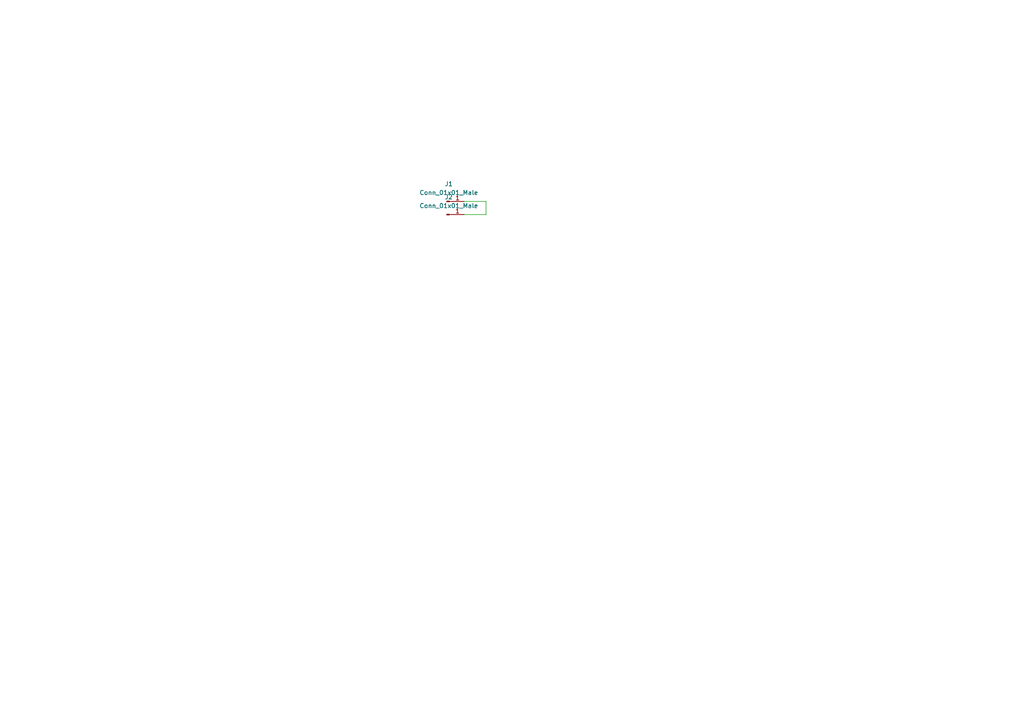
<source format=kicad_sch>
(kicad_sch (version 20211123) (generator eeschema)
  (paper "A4")
  (title_block (title "A06 BACKPLATE") (company "Galopago"))
  (lib_symbols
    (symbol "Connector:Conn_01x01_Male" (pin_names (offset 1.016) hide)
      (property "Reference" "J" (at 0 2.54 0))
      (property "Value" "Conn_01x01_Male" (at 0 -2.54 0))
      (symbol "Conn_01x01_Male_1_1"
        (polyline (pts (xy 1.27 0) (xy 0.8636 0)) (stroke (width 0.1524)))
        (rectangle (start 0.8636 0.127) (end 0 -0.127) (stroke (width 0.1524)) (fill (type outline)))
        (pin passive line (at 5.08 0 180) (length 3.81) (name "Pin_1") (number "1"))
      )
    )
  )
  (wire (pts (xy 134.62 58.42) (xy 140.97 58.42)))
  (wire (pts (xy 140.97 58.42) (xy 140.97 62.23)))
  (wire (pts (xy 140.97 62.23) (xy 134.62 62.23)))
  (symbol (lib_id "Connector:Conn_01x01_Male") (at 129.54 58.42 0) (unit 1)
    (property "Reference" "J1" (at 130.175 53.34 0))
    (property "Value" "Conn_01x01_Male" (at 130.175 55.88 0))
    (property "Footprint" "Connector_PinHeader_2.54mm:PinHeader_1x01_P2.54mm_Vertical" (effects hide))
  )
  (symbol (lib_id "Connector:Conn_01x01_Male") (at 129.54 62.23 0) (unit 1)
    (property "Reference" "J2" (at 130.175 57.15 0))
    (property "Value" "Conn_01x01_Male" (at 130.175 59.69 0))
    (property "Footprint" "Connector_PinHeader_2.54mm:PinHeader_1x01_P2.54mm_Vertical" (effects hide))
  )
)
</source>
